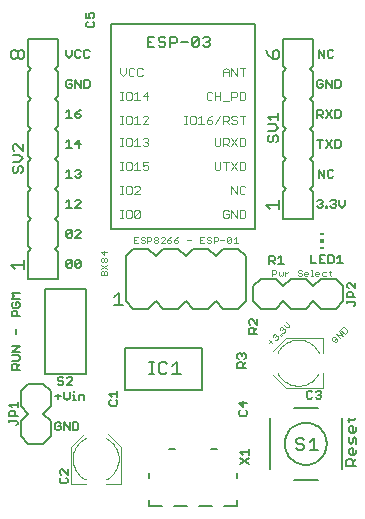
<source format=gto>
G75*
G70*
%OFA0B0*%
%FSLAX24Y24*%
%IPPOS*%
%LPD*%
%AMOC8*
5,1,8,0,0,1.08239X$1,22.5*
%
%ADD10C,0.0050*%
%ADD11C,0.0060*%
%ADD12C,0.0040*%
%ADD13C,0.0080*%
%ADD14C,0.0020*%
%ADD15R,0.0118X0.0059*%
%ADD16R,0.0118X0.0118*%
D10*
X001979Y001431D02*
X002024Y001386D01*
X002204Y001386D01*
X002249Y001431D01*
X002249Y001521D01*
X002204Y001566D01*
X002249Y001681D02*
X002069Y001861D01*
X002024Y001861D01*
X001979Y001816D01*
X001979Y001726D01*
X002024Y001681D01*
X002024Y001566D02*
X001979Y001521D01*
X001979Y001431D01*
X002249Y001681D02*
X002249Y001861D01*
X002310Y003153D02*
X002310Y003423D01*
X002424Y003423D02*
X002424Y003153D01*
X002559Y003153D01*
X002604Y003198D01*
X002604Y003378D01*
X002559Y003423D01*
X002424Y003423D01*
X002310Y003153D02*
X002130Y003423D01*
X002130Y003153D01*
X002015Y003198D02*
X002015Y003288D01*
X001925Y003288D01*
X001835Y003378D02*
X001880Y003423D01*
X001970Y003423D01*
X002015Y003378D01*
X002015Y003198D02*
X001970Y003153D01*
X001880Y003153D01*
X001835Y003198D01*
X001835Y003378D01*
X002220Y004153D02*
X002310Y004243D01*
X002310Y004423D01*
X002424Y004333D02*
X002469Y004333D01*
X002469Y004153D01*
X002424Y004153D02*
X002514Y004153D01*
X002621Y004153D02*
X002621Y004333D01*
X002756Y004333D01*
X002801Y004288D01*
X002801Y004153D01*
X002469Y004423D02*
X002469Y004468D01*
X002391Y004663D02*
X002210Y004663D01*
X002391Y004843D01*
X002391Y004888D01*
X002345Y004933D01*
X002255Y004933D01*
X002210Y004888D01*
X002096Y004888D02*
X002051Y004933D01*
X001961Y004933D01*
X001916Y004888D01*
X001916Y004843D01*
X001961Y004798D01*
X002051Y004798D01*
X002096Y004753D01*
X002096Y004708D01*
X002051Y004663D01*
X001961Y004663D01*
X001916Y004708D01*
X001925Y004378D02*
X001925Y004198D01*
X001835Y004288D02*
X002015Y004288D01*
X002130Y004243D02*
X002220Y004153D01*
X002130Y004243D02*
X002130Y004423D01*
X003635Y004367D02*
X003905Y004367D01*
X003905Y004277D02*
X003905Y004457D01*
X003725Y004277D02*
X003635Y004367D01*
X003680Y004163D02*
X003635Y004118D01*
X003635Y004028D01*
X003680Y003983D01*
X003860Y003983D01*
X003905Y004028D01*
X003905Y004118D01*
X003860Y004163D01*
X004954Y001739D02*
X004954Y001582D01*
X004954Y000834D02*
X004954Y000637D01*
X005397Y000637D01*
X005790Y000637D02*
X006233Y000637D01*
X006627Y000637D02*
X007070Y000637D01*
X007463Y000637D02*
X007906Y000637D01*
X007906Y000834D01*
X007906Y001582D02*
X007906Y001739D01*
X008005Y002043D02*
X008275Y002224D01*
X008275Y002338D02*
X008275Y002518D01*
X008275Y002428D02*
X008005Y002428D01*
X008095Y002338D01*
X008005Y002224D02*
X008275Y002043D01*
X007237Y002527D02*
X007021Y002527D01*
X008000Y003643D02*
X008180Y003643D01*
X008225Y003688D01*
X008225Y003778D01*
X008180Y003824D01*
X008090Y003938D02*
X008090Y004118D01*
X008225Y004073D02*
X007955Y004073D01*
X008090Y003938D01*
X008000Y003824D02*
X007955Y003778D01*
X007955Y003688D01*
X008000Y003643D01*
X008085Y005243D02*
X008085Y005378D01*
X008040Y005424D01*
X007950Y005424D01*
X007905Y005378D01*
X007905Y005243D01*
X008175Y005243D01*
X008085Y005333D02*
X008175Y005424D01*
X008130Y005538D02*
X008175Y005583D01*
X008175Y005673D01*
X008130Y005718D01*
X008085Y005718D01*
X008040Y005673D01*
X008040Y005628D01*
X008040Y005673D02*
X007995Y005718D01*
X007950Y005718D01*
X007905Y005673D01*
X007905Y005583D01*
X007950Y005538D01*
X008285Y006383D02*
X008285Y006518D01*
X008330Y006563D01*
X008420Y006563D01*
X008465Y006518D01*
X008465Y006383D01*
X008465Y006473D02*
X008555Y006563D01*
X008555Y006677D02*
X008375Y006857D01*
X008330Y006857D01*
X008285Y006812D01*
X008285Y006722D01*
X008330Y006677D01*
X008285Y006383D02*
X008555Y006383D01*
X008555Y006677D02*
X008555Y006857D01*
X008966Y008713D02*
X008966Y008983D01*
X009101Y008983D01*
X009146Y008938D01*
X009146Y008848D01*
X009101Y008803D01*
X008966Y008803D01*
X009056Y008803D02*
X009146Y008713D01*
X009260Y008713D02*
X009441Y008713D01*
X009350Y008713D02*
X009350Y008983D01*
X009260Y008893D01*
X008483Y009857D02*
X008483Y016708D01*
X003680Y016708D01*
X003680Y009857D01*
X008483Y009857D01*
X009005Y010533D02*
X008855Y010683D01*
X009305Y010683D01*
X009305Y010533D02*
X009305Y010833D01*
X010564Y010798D02*
X010609Y010843D01*
X010699Y010843D01*
X010744Y010798D01*
X010744Y010753D01*
X010699Y010708D01*
X010744Y010663D01*
X010744Y010618D01*
X010699Y010573D01*
X010609Y010573D01*
X010564Y010618D01*
X010654Y010708D02*
X010699Y010708D01*
X010858Y010618D02*
X010903Y010618D01*
X010903Y010573D01*
X010858Y010573D01*
X010858Y010618D01*
X011006Y010618D02*
X011051Y010573D01*
X011141Y010573D01*
X011186Y010618D01*
X011186Y010663D01*
X011141Y010708D01*
X011096Y010708D01*
X011141Y010708D02*
X011186Y010753D01*
X011186Y010798D01*
X011141Y010843D01*
X011051Y010843D01*
X011006Y010798D01*
X011300Y010843D02*
X011300Y010663D01*
X011390Y010573D01*
X011481Y010663D01*
X011481Y010843D01*
X011045Y011573D02*
X010955Y011573D01*
X010910Y011618D01*
X010910Y011798D01*
X010955Y011843D01*
X011045Y011843D01*
X011091Y011798D01*
X011091Y011618D02*
X011045Y011573D01*
X010796Y011573D02*
X010796Y011843D01*
X010616Y011843D02*
X010616Y011573D01*
X010796Y011573D02*
X010616Y011843D01*
X010661Y012573D02*
X010661Y012843D01*
X010571Y012843D02*
X010751Y012843D01*
X010866Y012843D02*
X011046Y012573D01*
X011160Y012573D02*
X011160Y012843D01*
X011295Y012843D01*
X011341Y012798D01*
X011341Y012618D01*
X011295Y012573D01*
X011160Y012573D01*
X011046Y012843D02*
X010866Y012573D01*
X010866Y013573D02*
X011046Y013843D01*
X011160Y013843D02*
X011295Y013843D01*
X011341Y013798D01*
X011341Y013618D01*
X011295Y013573D01*
X011160Y013573D01*
X011160Y013843D01*
X011046Y013573D02*
X010866Y013843D01*
X010751Y013798D02*
X010751Y013708D01*
X010706Y013663D01*
X010571Y013663D01*
X010661Y013663D02*
X010751Y013573D01*
X010571Y013573D02*
X010571Y013843D01*
X010706Y013843D01*
X010751Y013798D01*
X010706Y014573D02*
X010616Y014573D01*
X010571Y014618D01*
X010571Y014798D01*
X010616Y014843D01*
X010706Y014843D01*
X010751Y014798D01*
X010751Y014708D02*
X010661Y014708D01*
X010751Y014708D02*
X010751Y014618D01*
X010706Y014573D01*
X010866Y014573D02*
X010866Y014843D01*
X011046Y014573D01*
X011046Y014843D01*
X011160Y014843D02*
X011160Y014573D01*
X011295Y014573D01*
X011341Y014618D01*
X011341Y014798D01*
X011295Y014843D01*
X011160Y014843D01*
X011045Y015573D02*
X010955Y015573D01*
X010910Y015618D01*
X010910Y015798D01*
X010955Y015843D01*
X011045Y015843D01*
X011091Y015798D01*
X011091Y015618D02*
X011045Y015573D01*
X010796Y015573D02*
X010796Y015843D01*
X010616Y015843D02*
X010616Y015573D01*
X010796Y015573D02*
X010616Y015843D01*
X009305Y015758D02*
X009230Y015833D01*
X009155Y015833D01*
X009080Y015758D01*
X009080Y015533D01*
X009230Y015533D01*
X009305Y015608D01*
X009305Y015758D01*
X009080Y015533D02*
X008930Y015683D01*
X008855Y015833D01*
X010345Y008993D02*
X010345Y008723D01*
X010525Y008723D01*
X010640Y008723D02*
X010640Y008993D01*
X010820Y008993D01*
X010934Y008993D02*
X010934Y008723D01*
X011069Y008723D01*
X011114Y008768D01*
X011114Y008948D01*
X011069Y008993D01*
X010934Y008993D01*
X010820Y008723D02*
X010640Y008723D01*
X010640Y008858D02*
X010730Y008858D01*
X011229Y008903D02*
X011319Y008993D01*
X011319Y008723D01*
X011229Y008723D02*
X011409Y008723D01*
X011610Y008072D02*
X011565Y008027D01*
X011565Y007937D01*
X011610Y007892D01*
X011610Y007777D02*
X011700Y007777D01*
X011745Y007732D01*
X011745Y007597D01*
X011835Y007597D02*
X011565Y007597D01*
X011565Y007732D01*
X011610Y007777D01*
X011565Y007483D02*
X011565Y007393D01*
X011565Y007438D02*
X011790Y007438D01*
X011835Y007393D01*
X011835Y007348D01*
X011790Y007303D01*
X011835Y007892D02*
X011655Y008072D01*
X011610Y008072D01*
X011835Y008072D02*
X011835Y007892D01*
X010642Y004477D02*
X010552Y004477D01*
X010507Y004432D01*
X010392Y004432D02*
X010347Y004477D01*
X010257Y004477D01*
X010212Y004432D01*
X010212Y004252D01*
X010257Y004207D01*
X010347Y004207D01*
X010392Y004252D01*
X010507Y004252D02*
X010552Y004207D01*
X010642Y004207D01*
X010687Y004252D01*
X010687Y004297D01*
X010642Y004342D01*
X010597Y004342D01*
X010642Y004342D02*
X010687Y004387D01*
X010687Y004432D01*
X010642Y004477D01*
X005839Y002527D02*
X005623Y002527D01*
X002635Y008573D02*
X002545Y008573D01*
X002500Y008618D01*
X002680Y008798D01*
X002680Y008618D01*
X002635Y008573D01*
X002500Y008618D02*
X002500Y008798D01*
X002545Y008843D01*
X002635Y008843D01*
X002680Y008798D01*
X002385Y008798D02*
X002385Y008618D01*
X002340Y008573D01*
X002250Y008573D01*
X002205Y008618D01*
X002385Y008798D01*
X002340Y008843D01*
X002250Y008843D01*
X002205Y008798D01*
X002205Y008618D01*
X002250Y009573D02*
X002205Y009618D01*
X002385Y009798D01*
X002385Y009618D01*
X002340Y009573D01*
X002250Y009573D01*
X002205Y009618D02*
X002205Y009798D01*
X002250Y009843D01*
X002340Y009843D01*
X002385Y009798D01*
X002500Y009798D02*
X002545Y009843D01*
X002635Y009843D01*
X002680Y009798D01*
X002680Y009753D01*
X002500Y009573D01*
X002680Y009573D01*
X002680Y010573D02*
X002500Y010573D01*
X002680Y010753D01*
X002680Y010798D01*
X002635Y010843D01*
X002545Y010843D01*
X002500Y010798D01*
X002385Y010573D02*
X002205Y010573D01*
X002295Y010573D02*
X002295Y010843D01*
X002205Y010753D01*
X002205Y011573D02*
X002385Y011573D01*
X002295Y011573D02*
X002295Y011843D01*
X002205Y011753D01*
X002500Y011798D02*
X002545Y011843D01*
X002635Y011843D01*
X002680Y011798D01*
X002680Y011753D01*
X002635Y011708D01*
X002680Y011663D01*
X002680Y011618D01*
X002635Y011573D01*
X002545Y011573D01*
X002500Y011618D01*
X002590Y011708D02*
X002635Y011708D01*
X002635Y012573D02*
X002635Y012843D01*
X002500Y012708D01*
X002680Y012708D01*
X002385Y012573D02*
X002205Y012573D01*
X002295Y012573D02*
X002295Y012843D01*
X002205Y012753D01*
X002205Y013573D02*
X002385Y013573D01*
X002295Y013573D02*
X002295Y013843D01*
X002205Y013753D01*
X002500Y013708D02*
X002635Y013708D01*
X002680Y013663D01*
X002680Y013618D01*
X002635Y013573D01*
X002545Y013573D01*
X002500Y013618D01*
X002500Y013708D01*
X002590Y013798D01*
X002680Y013843D01*
X002680Y014573D02*
X002680Y014843D01*
X002794Y014843D02*
X002794Y014573D01*
X002929Y014573D01*
X002974Y014618D01*
X002974Y014798D01*
X002929Y014843D01*
X002794Y014843D01*
X002680Y014573D02*
X002500Y014843D01*
X002500Y014573D01*
X002385Y014618D02*
X002385Y014708D01*
X002295Y014708D01*
X002205Y014798D02*
X002250Y014843D01*
X002340Y014843D01*
X002385Y014798D01*
X002385Y014618D02*
X002340Y014573D01*
X002250Y014573D01*
X002205Y014618D01*
X002205Y014798D01*
X002295Y015573D02*
X002385Y015663D01*
X002385Y015843D01*
X002500Y015798D02*
X002500Y015618D01*
X002545Y015573D01*
X002635Y015573D01*
X002680Y015618D01*
X002794Y015618D02*
X002839Y015573D01*
X002929Y015573D01*
X002974Y015618D01*
X002974Y015798D02*
X002929Y015843D01*
X002839Y015843D01*
X002794Y015798D01*
X002794Y015618D01*
X002680Y015798D02*
X002635Y015843D01*
X002545Y015843D01*
X002500Y015798D01*
X002295Y015573D02*
X002205Y015663D01*
X002205Y015843D01*
X002910Y016593D02*
X003090Y016593D01*
X003135Y016638D01*
X003135Y016728D01*
X003090Y016773D01*
X003090Y016887D02*
X003135Y016932D01*
X003135Y017022D01*
X003090Y017067D01*
X003000Y017067D01*
X002955Y017022D01*
X002955Y016977D01*
X003000Y016887D01*
X002865Y016887D01*
X002865Y017067D01*
X002910Y016773D02*
X002865Y016728D01*
X002865Y016638D01*
X002910Y016593D01*
X000805Y015758D02*
X000805Y015608D01*
X000730Y015533D01*
X000655Y015533D01*
X000580Y015608D01*
X000580Y015758D01*
X000655Y015833D01*
X000730Y015833D01*
X000805Y015758D01*
X000580Y015758D02*
X000505Y015833D01*
X000430Y015833D01*
X000355Y015758D01*
X000355Y015608D01*
X000430Y015533D01*
X000505Y015533D01*
X000580Y015608D01*
X000805Y008833D02*
X000805Y008533D01*
X000805Y008683D02*
X000355Y008683D01*
X000505Y008533D01*
X000375Y007720D02*
X000645Y007720D01*
X000645Y007540D02*
X000375Y007540D01*
X000465Y007630D01*
X000375Y007720D01*
X000420Y007425D02*
X000375Y007380D01*
X000375Y007290D01*
X000420Y007245D01*
X000600Y007245D01*
X000645Y007290D01*
X000645Y007380D01*
X000600Y007425D01*
X000510Y007425D01*
X000510Y007335D01*
X000510Y007131D02*
X000420Y007131D01*
X000375Y007086D01*
X000375Y006951D01*
X000645Y006951D01*
X000555Y006951D02*
X000555Y007086D01*
X000510Y007131D01*
X000510Y006541D02*
X000510Y006361D01*
X000645Y005952D02*
X000375Y005952D01*
X000375Y005772D02*
X000645Y005952D01*
X000645Y005772D02*
X000375Y005772D01*
X000375Y005657D02*
X000600Y005657D01*
X000645Y005612D01*
X000645Y005522D01*
X000600Y005477D01*
X000375Y005477D01*
X000420Y005363D02*
X000510Y005363D01*
X000555Y005318D01*
X000555Y005183D01*
X000555Y005273D02*
X000645Y005363D01*
X000645Y005183D02*
X000375Y005183D01*
X000375Y005318D01*
X000420Y005363D01*
X000575Y004102D02*
X000575Y003922D01*
X000575Y004012D02*
X000305Y004012D01*
X000395Y003922D01*
X000350Y003807D02*
X000440Y003807D01*
X000485Y003762D01*
X000485Y003627D01*
X000575Y003627D02*
X000305Y003627D01*
X000305Y003762D01*
X000350Y003807D01*
X000305Y003513D02*
X000305Y003423D01*
X000305Y003468D02*
X000530Y003468D01*
X000575Y003423D01*
X000575Y003378D01*
X000530Y003333D01*
D11*
X000930Y008208D02*
X000930Y009108D01*
X001030Y009208D01*
X000930Y009308D01*
X000930Y010108D01*
X001030Y010208D01*
X000930Y010308D01*
X000930Y011108D01*
X001030Y011208D01*
X000930Y011308D01*
X000930Y012108D01*
X001030Y012208D01*
X000930Y012308D01*
X000930Y013108D01*
X001030Y013208D01*
X000930Y013308D01*
X000930Y014108D01*
X001030Y014208D01*
X000930Y014308D01*
X000930Y015108D01*
X001030Y015208D01*
X000930Y015308D01*
X000930Y016208D01*
X001930Y016208D01*
X001930Y015308D01*
X001830Y015208D01*
X001930Y015108D01*
X001930Y014308D01*
X001830Y014208D01*
X001930Y014108D01*
X001930Y013308D01*
X001830Y013208D01*
X001930Y013108D01*
X001930Y012308D01*
X001830Y012208D01*
X001930Y012108D01*
X001930Y011308D01*
X001830Y011208D01*
X001930Y011108D01*
X001930Y010308D01*
X001830Y010208D01*
X001930Y010108D01*
X001930Y009308D01*
X001830Y009208D01*
X001930Y009108D01*
X001930Y008208D01*
X000930Y008208D01*
X000693Y011738D02*
X000750Y011794D01*
X000750Y011908D01*
X000693Y011965D01*
X000637Y011965D01*
X000580Y011908D01*
X000580Y011794D01*
X000523Y011738D01*
X000466Y011738D01*
X000410Y011794D01*
X000410Y011908D01*
X000466Y011965D01*
X000410Y012106D02*
X000637Y012106D01*
X000750Y012219D01*
X000637Y012333D01*
X000410Y012333D01*
X000466Y012474D02*
X000410Y012531D01*
X000410Y012644D01*
X000466Y012701D01*
X000523Y012701D01*
X000750Y012474D01*
X000750Y012701D01*
X004430Y009208D02*
X004180Y008958D01*
X004180Y007458D01*
X004430Y007208D01*
X004930Y007208D01*
X005180Y007458D01*
X005430Y007208D01*
X005930Y007208D01*
X006180Y007458D01*
X006430Y007208D01*
X006930Y007208D01*
X007180Y007458D01*
X007430Y007208D01*
X007930Y007208D01*
X008180Y007458D01*
X008180Y008958D01*
X007930Y009208D01*
X007430Y009208D01*
X007180Y008958D01*
X006930Y009208D01*
X006430Y009208D01*
X006180Y008958D01*
X005930Y009208D01*
X005430Y009208D01*
X005180Y008958D01*
X004930Y009208D01*
X004430Y009208D01*
X008920Y012814D02*
X008976Y012758D01*
X009033Y012758D01*
X009090Y012814D01*
X009090Y012928D01*
X009147Y012985D01*
X009203Y012985D01*
X009260Y012928D01*
X009260Y012814D01*
X009203Y012758D01*
X008920Y012814D02*
X008920Y012928D01*
X008976Y012985D01*
X008920Y013126D02*
X009147Y013126D01*
X009260Y013239D01*
X009147Y013353D01*
X008920Y013353D01*
X009033Y013494D02*
X008920Y013608D01*
X009260Y013608D01*
X009260Y013721D02*
X009260Y013494D01*
X009430Y013308D02*
X009530Y013208D01*
X009430Y013108D01*
X009430Y012308D01*
X009530Y012208D01*
X009430Y012108D01*
X009430Y011308D01*
X009530Y011208D01*
X009430Y011108D01*
X009430Y010208D01*
X010430Y010208D01*
X010430Y011108D01*
X010330Y011208D01*
X010430Y011308D01*
X010430Y012108D01*
X010330Y012208D01*
X010430Y012308D01*
X010430Y013108D01*
X010330Y013208D01*
X010430Y013308D01*
X010430Y014108D01*
X010330Y014208D01*
X010430Y014308D01*
X010430Y015108D01*
X010330Y015208D01*
X010430Y015308D01*
X010430Y016208D01*
X009430Y016208D01*
X009430Y015308D01*
X009530Y015208D01*
X009430Y015108D01*
X009430Y014308D01*
X009530Y014208D01*
X009430Y014108D01*
X009430Y013308D01*
X006922Y015938D02*
X006808Y015938D01*
X006752Y015994D01*
X006610Y015994D02*
X006553Y015938D01*
X006440Y015938D01*
X006383Y015994D01*
X006610Y016221D01*
X006610Y015994D01*
X006610Y016221D02*
X006553Y016278D01*
X006440Y016278D01*
X006383Y016221D01*
X006383Y015994D01*
X006242Y016108D02*
X006015Y016108D01*
X005873Y016108D02*
X005873Y016221D01*
X005817Y016278D01*
X005647Y016278D01*
X005647Y015938D01*
X005647Y016051D02*
X005817Y016051D01*
X005873Y016108D01*
X005505Y016051D02*
X005505Y015994D01*
X005448Y015938D01*
X005335Y015938D01*
X005278Y015994D01*
X005335Y016108D02*
X005278Y016165D01*
X005278Y016221D01*
X005335Y016278D01*
X005448Y016278D01*
X005505Y016221D01*
X005448Y016108D02*
X005335Y016108D01*
X005448Y016108D02*
X005505Y016051D01*
X005137Y015938D02*
X004910Y015938D01*
X004910Y016278D01*
X005137Y016278D01*
X005023Y016108D02*
X004910Y016108D01*
X006752Y016221D02*
X006808Y016278D01*
X006922Y016278D01*
X006978Y016221D01*
X006978Y016165D01*
X006922Y016108D01*
X006978Y016051D01*
X006978Y015994D01*
X006922Y015938D01*
X006922Y016108D02*
X006865Y016108D01*
X011630Y003563D02*
X011630Y003449D01*
X011573Y003506D02*
X011800Y003506D01*
X011857Y003563D01*
X011743Y003308D02*
X011686Y003308D01*
X011630Y003251D01*
X011630Y003138D01*
X011686Y003081D01*
X011800Y003081D01*
X011857Y003138D01*
X011857Y003251D01*
X011743Y003308D02*
X011743Y003081D01*
X011800Y002939D02*
X011743Y002883D01*
X011743Y002769D01*
X011686Y002713D01*
X011630Y002769D01*
X011630Y002939D01*
X011800Y002939D02*
X011857Y002883D01*
X011857Y002713D01*
X011743Y002571D02*
X011743Y002344D01*
X011800Y002344D02*
X011686Y002344D01*
X011630Y002401D01*
X011630Y002514D01*
X011686Y002571D01*
X011743Y002571D01*
X011857Y002514D02*
X011857Y002401D01*
X011800Y002344D01*
X011857Y002203D02*
X011743Y002089D01*
X011743Y002146D02*
X011743Y001976D01*
X011857Y001976D02*
X011516Y001976D01*
X011516Y002146D01*
X011573Y002203D01*
X011686Y002203D01*
X011743Y002146D01*
D12*
X010757Y004581D02*
X009536Y004581D01*
X009103Y005014D01*
X009103Y005801D02*
X009536Y006234D01*
X010757Y006234D01*
X010757Y005742D01*
X011142Y006085D02*
X011048Y006180D01*
X011048Y006227D01*
X011095Y006274D01*
X011142Y006274D01*
X011189Y006227D02*
X011142Y006180D01*
X011189Y006227D02*
X011236Y006180D01*
X011236Y006132D01*
X011189Y006085D01*
X011142Y006085D01*
X011322Y006218D02*
X011180Y006359D01*
X011416Y006312D01*
X011275Y006454D01*
X011337Y006516D02*
X011407Y006586D01*
X011455Y006586D01*
X011549Y006492D01*
X011549Y006445D01*
X011478Y006374D01*
X011337Y006516D01*
X010757Y005073D02*
X010757Y004581D01*
X010619Y005743D02*
X010593Y005791D01*
X010564Y005838D01*
X010531Y005883D01*
X010495Y005925D01*
X010456Y005964D01*
X010415Y006001D01*
X010371Y006034D01*
X010325Y006065D01*
X010276Y006091D01*
X010226Y006114D01*
X010174Y006134D01*
X010121Y006150D01*
X010067Y006162D01*
X010013Y006170D01*
X009958Y006174D01*
X009902Y006174D01*
X009847Y006170D01*
X009793Y006162D01*
X009739Y006150D01*
X009686Y006134D01*
X009634Y006114D01*
X009584Y006091D01*
X009535Y006065D01*
X009489Y006034D01*
X009445Y006001D01*
X009404Y005964D01*
X009365Y005925D01*
X009329Y005883D01*
X009296Y005838D01*
X009267Y005791D01*
X009241Y005743D01*
X009062Y006065D02*
X008968Y006160D01*
X009062Y006160D02*
X008968Y006065D01*
X009077Y006269D02*
X009077Y006316D01*
X009124Y006363D01*
X009171Y006363D01*
X009195Y006339D01*
X009195Y006292D01*
X009242Y006292D01*
X009265Y006269D01*
X009265Y006221D01*
X009218Y006174D01*
X009171Y006174D01*
X009171Y006269D02*
X009195Y006292D01*
X009327Y006330D02*
X009351Y006354D01*
X009375Y006330D01*
X009351Y006307D01*
X009327Y006330D01*
X009405Y006409D02*
X009453Y006409D01*
X009500Y006456D01*
X009500Y006503D01*
X009476Y006527D01*
X009429Y006527D01*
X009405Y006503D01*
X009429Y006527D02*
X009429Y006574D01*
X009405Y006597D01*
X009358Y006597D01*
X009311Y006550D01*
X009311Y006503D01*
X009444Y006683D02*
X009538Y006588D01*
X009633Y006588D01*
X009633Y006683D01*
X009538Y006777D01*
X009241Y005073D02*
X009267Y005025D01*
X009296Y004978D01*
X009329Y004933D01*
X009365Y004891D01*
X009404Y004852D01*
X009445Y004815D01*
X009489Y004782D01*
X009535Y004751D01*
X009584Y004725D01*
X009634Y004702D01*
X009686Y004682D01*
X009739Y004666D01*
X009793Y004654D01*
X009847Y004646D01*
X009902Y004642D01*
X009958Y004642D01*
X010013Y004646D01*
X010067Y004654D01*
X010121Y004666D01*
X010174Y004682D01*
X010226Y004702D01*
X010276Y004725D01*
X010325Y004751D01*
X010371Y004782D01*
X010415Y004815D01*
X010456Y004852D01*
X010495Y004891D01*
X010531Y004933D01*
X010564Y004978D01*
X010593Y005025D01*
X010619Y005073D01*
X010601Y008298D02*
X010534Y008298D01*
X010501Y008331D01*
X010501Y008398D01*
X010534Y008431D01*
X010601Y008431D01*
X010634Y008398D01*
X010634Y008364D01*
X010501Y008364D01*
X010420Y008298D02*
X010353Y008298D01*
X010387Y008298D02*
X010387Y008498D01*
X010353Y008498D01*
X010266Y008398D02*
X010266Y008364D01*
X010132Y008364D01*
X010132Y008331D02*
X010132Y008398D01*
X010166Y008431D01*
X010232Y008431D01*
X010266Y008398D01*
X010232Y008298D02*
X010166Y008298D01*
X010132Y008331D01*
X010045Y008331D02*
X010011Y008298D01*
X009945Y008298D01*
X009911Y008331D01*
X009945Y008398D02*
X010011Y008398D01*
X010045Y008364D01*
X010045Y008331D01*
X009945Y008398D02*
X009911Y008431D01*
X009911Y008464D01*
X009945Y008498D01*
X010011Y008498D01*
X010045Y008464D01*
X009606Y008431D02*
X009573Y008431D01*
X009506Y008364D01*
X009506Y008298D02*
X009506Y008431D01*
X009419Y008431D02*
X009419Y008331D01*
X009385Y008298D01*
X009352Y008331D01*
X009319Y008298D01*
X009285Y008331D01*
X009285Y008431D01*
X009198Y008398D02*
X009164Y008364D01*
X009064Y008364D01*
X009064Y008298D02*
X009064Y008498D01*
X009164Y008498D01*
X009198Y008464D01*
X009198Y008398D01*
X007910Y009410D02*
X007776Y009410D01*
X007843Y009410D02*
X007843Y009610D01*
X007776Y009544D01*
X007689Y009577D02*
X007555Y009443D01*
X007589Y009410D01*
X007655Y009410D01*
X007689Y009443D01*
X007689Y009577D01*
X007655Y009610D01*
X007589Y009610D01*
X007555Y009577D01*
X007555Y009443D01*
X007468Y009510D02*
X007334Y009510D01*
X007247Y009510D02*
X007213Y009477D01*
X007113Y009477D01*
X007113Y009410D02*
X007113Y009610D01*
X007213Y009610D01*
X007247Y009577D01*
X007247Y009510D01*
X007026Y009477D02*
X007026Y009443D01*
X006992Y009410D01*
X006926Y009410D01*
X006892Y009443D01*
X006926Y009510D02*
X006892Y009544D01*
X006892Y009577D01*
X006926Y009610D01*
X006992Y009610D01*
X007026Y009577D01*
X006992Y009510D02*
X007026Y009477D01*
X006992Y009510D02*
X006926Y009510D01*
X006805Y009410D02*
X006671Y009410D01*
X006671Y009610D01*
X006805Y009610D01*
X006738Y009510D02*
X006671Y009510D01*
X006363Y009510D02*
X006229Y009510D01*
X005921Y009477D02*
X005887Y009510D01*
X005787Y009510D01*
X005787Y009443D01*
X005821Y009410D01*
X005887Y009410D01*
X005921Y009443D01*
X005921Y009477D01*
X005854Y009577D02*
X005787Y009510D01*
X005700Y009477D02*
X005666Y009510D01*
X005566Y009510D01*
X005566Y009443D01*
X005600Y009410D01*
X005666Y009410D01*
X005700Y009443D01*
X005700Y009477D01*
X005633Y009577D02*
X005700Y009610D01*
X005633Y009577D02*
X005566Y009510D01*
X005479Y009544D02*
X005479Y009577D01*
X005445Y009610D01*
X005379Y009610D01*
X005345Y009577D01*
X005258Y009577D02*
X005258Y009544D01*
X005224Y009510D01*
X005158Y009510D01*
X005124Y009544D01*
X005124Y009577D01*
X005158Y009610D01*
X005224Y009610D01*
X005258Y009577D01*
X005224Y009510D02*
X005258Y009477D01*
X005258Y009443D01*
X005224Y009410D01*
X005158Y009410D01*
X005124Y009443D01*
X005124Y009477D01*
X005158Y009510D01*
X005037Y009510D02*
X005003Y009477D01*
X004903Y009477D01*
X004903Y009410D02*
X004903Y009610D01*
X005003Y009610D01*
X005037Y009577D01*
X005037Y009510D01*
X004816Y009477D02*
X004816Y009443D01*
X004782Y009410D01*
X004716Y009410D01*
X004682Y009443D01*
X004716Y009510D02*
X004682Y009544D01*
X004682Y009577D01*
X004716Y009610D01*
X004782Y009610D01*
X004816Y009577D01*
X004782Y009510D02*
X004816Y009477D01*
X004782Y009510D02*
X004716Y009510D01*
X004595Y009410D02*
X004461Y009410D01*
X004461Y009610D01*
X004595Y009610D01*
X004528Y009510D02*
X004461Y009510D01*
X005345Y009410D02*
X005479Y009544D01*
X005479Y009410D02*
X005345Y009410D01*
X005854Y009577D02*
X005921Y009610D01*
X003540Y009091D02*
X003340Y009091D01*
X003440Y008991D01*
X003440Y009124D01*
X003473Y008903D02*
X003507Y008903D01*
X003540Y008870D01*
X003540Y008803D01*
X003507Y008770D01*
X003473Y008770D01*
X003440Y008803D01*
X003440Y008870D01*
X003473Y008903D01*
X003440Y008870D02*
X003407Y008903D01*
X003373Y008903D01*
X003340Y008870D01*
X003340Y008803D01*
X003373Y008770D01*
X003407Y008770D01*
X003440Y008803D01*
X003540Y008682D02*
X003340Y008549D01*
X003373Y008461D02*
X003407Y008461D01*
X003440Y008428D01*
X003440Y008328D01*
X003440Y008428D02*
X003473Y008461D01*
X003507Y008461D01*
X003540Y008428D01*
X003540Y008328D01*
X003340Y008328D01*
X003340Y008428D01*
X003373Y008461D01*
X003540Y008549D02*
X003340Y008682D01*
X003574Y003034D02*
X004007Y002601D01*
X004007Y001381D01*
X003515Y001381D01*
X002845Y001381D02*
X002353Y001381D01*
X002353Y002601D01*
X002786Y003034D01*
X003515Y002897D02*
X003563Y002871D01*
X003610Y002842D01*
X003655Y002809D01*
X003697Y002773D01*
X003736Y002734D01*
X003773Y002693D01*
X003806Y002649D01*
X003837Y002603D01*
X003863Y002554D01*
X003886Y002504D01*
X003906Y002452D01*
X003922Y002399D01*
X003934Y002345D01*
X003942Y002291D01*
X003946Y002236D01*
X003946Y002180D01*
X003942Y002125D01*
X003934Y002071D01*
X003922Y002017D01*
X003906Y001964D01*
X003886Y001912D01*
X003863Y001862D01*
X003837Y001813D01*
X003806Y001767D01*
X003773Y001723D01*
X003736Y001682D01*
X003697Y001643D01*
X003655Y001607D01*
X003610Y001574D01*
X003563Y001545D01*
X003515Y001519D01*
X002845Y001519D02*
X002797Y001545D01*
X002750Y001574D01*
X002705Y001607D01*
X002663Y001643D01*
X002624Y001682D01*
X002587Y001723D01*
X002554Y001767D01*
X002523Y001813D01*
X002497Y001862D01*
X002474Y001912D01*
X002454Y001964D01*
X002438Y002017D01*
X002426Y002071D01*
X002418Y002125D01*
X002414Y002180D01*
X002414Y002236D01*
X002418Y002291D01*
X002426Y002345D01*
X002438Y002399D01*
X002454Y002452D01*
X002474Y002504D01*
X002497Y002554D01*
X002523Y002603D01*
X002554Y002649D01*
X002587Y002693D01*
X002624Y002734D01*
X002663Y002773D01*
X002705Y002809D01*
X002750Y002842D01*
X002797Y002871D01*
X002845Y002897D01*
X010722Y008331D02*
X010755Y008298D01*
X010855Y008298D01*
X010976Y008331D02*
X010976Y008464D01*
X010943Y008431D02*
X011009Y008431D01*
X010976Y008331D02*
X011009Y008298D01*
X010855Y008431D02*
X010755Y008431D01*
X010722Y008398D01*
X010722Y008331D01*
D13*
X000930Y002708D02*
X000680Y002958D01*
X000680Y003458D01*
X000930Y003708D01*
X000680Y003958D01*
X000680Y004458D01*
X000930Y004708D01*
X001430Y004708D01*
X001680Y004458D01*
X001680Y003958D01*
X001430Y003708D01*
X001680Y003458D01*
X001680Y002958D01*
X001430Y002708D01*
X000930Y002708D01*
X001491Y005040D02*
X001491Y007875D01*
X002869Y007875D01*
X002869Y005040D01*
X001491Y005040D01*
X003801Y007325D02*
X004081Y007325D01*
X003941Y007325D02*
X003941Y007745D01*
X003801Y007605D01*
X004140Y005908D02*
X006720Y005908D01*
X006720Y004508D01*
X004140Y004508D01*
X004140Y005908D01*
X004970Y005438D02*
X005110Y005438D01*
X005040Y005438D02*
X005040Y005018D01*
X004970Y005018D02*
X005110Y005018D01*
X005277Y005088D02*
X005347Y005018D01*
X005487Y005018D01*
X005557Y005088D01*
X005557Y005368D02*
X005487Y005438D01*
X005347Y005438D01*
X005277Y005368D01*
X005277Y005088D01*
X005737Y005018D02*
X006018Y005018D01*
X005877Y005018D02*
X005877Y005438D01*
X005737Y005298D01*
X008430Y007458D02*
X008680Y007208D01*
X009180Y007208D01*
X009430Y007458D01*
X009680Y007208D01*
X010180Y007208D01*
X010430Y007458D01*
X010680Y007208D01*
X011180Y007208D01*
X011430Y007458D01*
X011430Y007958D01*
X011180Y008208D01*
X010680Y008208D01*
X010430Y007958D01*
X010180Y008208D01*
X009680Y008208D01*
X009430Y007958D01*
X009180Y008208D01*
X008680Y008208D01*
X008430Y007958D01*
X008430Y007458D01*
X009780Y003908D02*
X010585Y003908D01*
X010450Y002908D02*
X010450Y002488D01*
X010310Y002488D02*
X010590Y002488D01*
X010310Y002768D02*
X010450Y002908D01*
X009480Y002708D02*
X009482Y002760D01*
X009488Y002812D01*
X009498Y002864D01*
X009511Y002914D01*
X009528Y002964D01*
X009549Y003012D01*
X009574Y003058D01*
X009602Y003102D01*
X009633Y003144D01*
X009667Y003184D01*
X009704Y003221D01*
X009744Y003255D01*
X009786Y003286D01*
X009830Y003314D01*
X009876Y003339D01*
X009924Y003360D01*
X009974Y003377D01*
X010024Y003390D01*
X010076Y003400D01*
X010128Y003406D01*
X010180Y003408D01*
X010232Y003406D01*
X010284Y003400D01*
X010336Y003390D01*
X010386Y003377D01*
X010436Y003360D01*
X010484Y003339D01*
X010530Y003314D01*
X010574Y003286D01*
X010616Y003255D01*
X010656Y003221D01*
X010693Y003184D01*
X010727Y003144D01*
X010758Y003102D01*
X010786Y003058D01*
X010811Y003012D01*
X010832Y002964D01*
X010849Y002914D01*
X010862Y002864D01*
X010872Y002812D01*
X010878Y002760D01*
X010880Y002708D01*
X010878Y002656D01*
X010872Y002604D01*
X010862Y002552D01*
X010849Y002502D01*
X010832Y002452D01*
X010811Y002404D01*
X010786Y002358D01*
X010758Y002314D01*
X010727Y002272D01*
X010693Y002232D01*
X010656Y002195D01*
X010616Y002161D01*
X010574Y002130D01*
X010530Y002102D01*
X010484Y002077D01*
X010436Y002056D01*
X010386Y002039D01*
X010336Y002026D01*
X010284Y002016D01*
X010232Y002010D01*
X010180Y002008D01*
X010128Y002010D01*
X010076Y002016D01*
X010024Y002026D01*
X009974Y002039D01*
X009924Y002056D01*
X009876Y002077D01*
X009830Y002102D01*
X009786Y002130D01*
X009744Y002161D01*
X009704Y002195D01*
X009667Y002232D01*
X009633Y002272D01*
X009602Y002314D01*
X009574Y002358D01*
X009549Y002404D01*
X009528Y002452D01*
X009511Y002502D01*
X009498Y002552D01*
X009488Y002604D01*
X009482Y002656D01*
X009480Y002708D01*
X009849Y002768D02*
X009919Y002698D01*
X010059Y002698D01*
X010129Y002628D01*
X010129Y002558D01*
X010059Y002488D01*
X009919Y002488D01*
X009849Y002558D01*
X009849Y002768D02*
X009849Y002838D01*
X009919Y002908D01*
X010059Y002908D01*
X010129Y002838D01*
X009780Y001508D02*
X010573Y001508D01*
X011380Y001858D02*
X011380Y003558D01*
X008980Y003558D02*
X008980Y001858D01*
D14*
X008121Y010218D02*
X007981Y010218D01*
X007981Y010498D01*
X008121Y010498D01*
X008168Y010451D01*
X008168Y010264D01*
X008121Y010218D01*
X007891Y010218D02*
X007891Y010498D01*
X007704Y010498D02*
X007704Y010218D01*
X007615Y010264D02*
X007615Y010358D01*
X007522Y010358D01*
X007615Y010451D02*
X007568Y010498D01*
X007475Y010498D01*
X007428Y010451D01*
X007428Y010264D01*
X007475Y010218D01*
X007568Y010218D01*
X007615Y010264D01*
X007704Y010498D02*
X007891Y010218D01*
X007891Y011018D02*
X007891Y011298D01*
X007981Y011251D02*
X007981Y011064D01*
X008027Y011018D01*
X008121Y011018D01*
X008168Y011064D01*
X008168Y011251D02*
X008121Y011298D01*
X008027Y011298D01*
X007981Y011251D01*
X007891Y011018D02*
X007704Y011298D01*
X007704Y011018D01*
X007704Y011818D02*
X007891Y012098D01*
X007981Y012098D02*
X007981Y011818D01*
X008121Y011818D01*
X008168Y011864D01*
X008168Y012051D01*
X008121Y012098D01*
X007981Y012098D01*
X007704Y012098D02*
X007891Y011818D01*
X007615Y012098D02*
X007428Y012098D01*
X007339Y012098D02*
X007339Y011864D01*
X007292Y011818D01*
X007199Y011818D01*
X007152Y011864D01*
X007152Y012098D01*
X007522Y012098D02*
X007522Y011818D01*
X007615Y012618D02*
X007522Y012711D01*
X007568Y012711D02*
X007428Y012711D01*
X007428Y012618D02*
X007428Y012898D01*
X007568Y012898D01*
X007615Y012851D01*
X007615Y012758D01*
X007568Y012711D01*
X007704Y012618D02*
X007891Y012898D01*
X007981Y012898D02*
X008121Y012898D01*
X008168Y012851D01*
X008168Y012664D01*
X008121Y012618D01*
X007981Y012618D01*
X007981Y012898D01*
X007704Y012898D02*
X007891Y012618D01*
X007339Y012664D02*
X007339Y012898D01*
X007152Y012898D02*
X007152Y012664D01*
X007199Y012618D01*
X007292Y012618D01*
X007339Y012664D01*
X007428Y013368D02*
X007428Y013648D01*
X007568Y013648D01*
X007615Y013601D01*
X007615Y013508D01*
X007568Y013461D01*
X007428Y013461D01*
X007522Y013461D02*
X007615Y013368D01*
X007704Y013414D02*
X007751Y013368D01*
X007845Y013368D01*
X007891Y013414D01*
X007891Y013461D01*
X007845Y013508D01*
X007751Y013508D01*
X007704Y013555D01*
X007704Y013601D01*
X007751Y013648D01*
X007845Y013648D01*
X007891Y013601D01*
X007981Y013648D02*
X008168Y013648D01*
X008074Y013648D02*
X008074Y013368D01*
X007615Y014121D02*
X007428Y014121D01*
X007339Y014168D02*
X007339Y014448D01*
X007339Y014308D02*
X007152Y014308D01*
X007063Y014401D02*
X007016Y014448D01*
X006922Y014448D01*
X006876Y014401D01*
X006876Y014214D01*
X006922Y014168D01*
X007016Y014168D01*
X007063Y014214D01*
X007152Y014168D02*
X007152Y014448D01*
X007428Y014968D02*
X007428Y015155D01*
X007522Y015248D01*
X007615Y015155D01*
X007615Y014968D01*
X007704Y014968D02*
X007704Y015248D01*
X007891Y014968D01*
X007891Y015248D01*
X007981Y015248D02*
X008168Y015248D01*
X008074Y015248D02*
X008074Y014968D01*
X008121Y014448D02*
X007981Y014448D01*
X007981Y014168D01*
X008121Y014168D01*
X008168Y014214D01*
X008168Y014401D01*
X008121Y014448D01*
X007891Y014401D02*
X007891Y014308D01*
X007845Y014261D01*
X007704Y014261D01*
X007704Y014168D02*
X007704Y014448D01*
X007845Y014448D01*
X007891Y014401D01*
X007615Y015108D02*
X007428Y015108D01*
X007339Y013648D02*
X007152Y013368D01*
X007063Y013414D02*
X007063Y013461D01*
X007016Y013508D01*
X006876Y013508D01*
X006876Y013414D01*
X006922Y013368D01*
X007016Y013368D01*
X007063Y013414D01*
X006969Y013601D02*
X006876Y013508D01*
X006969Y013601D02*
X007063Y013648D01*
X006693Y013648D02*
X006693Y013368D01*
X006600Y013368D02*
X006786Y013368D01*
X006600Y013555D02*
X006693Y013648D01*
X006510Y013601D02*
X006510Y013414D01*
X006463Y013368D01*
X006370Y013368D01*
X006323Y013414D01*
X006323Y013601D01*
X006370Y013648D01*
X006463Y013648D01*
X006510Y013601D01*
X006233Y013648D02*
X006139Y013648D01*
X006186Y013648D02*
X006186Y013368D01*
X006139Y013368D02*
X006233Y013368D01*
X004928Y013368D02*
X004742Y013368D01*
X004928Y013555D01*
X004928Y013601D01*
X004882Y013648D01*
X004788Y013648D01*
X004742Y013601D01*
X004652Y013368D02*
X004465Y013368D01*
X004559Y013368D02*
X004559Y013648D01*
X004465Y013555D01*
X004376Y013601D02*
X004376Y013414D01*
X004329Y013368D01*
X004236Y013368D01*
X004189Y013414D01*
X004189Y013601D01*
X004236Y013648D01*
X004329Y013648D01*
X004376Y013601D01*
X004098Y013648D02*
X004005Y013648D01*
X004052Y013648D02*
X004052Y013368D01*
X004098Y013368D02*
X004005Y013368D01*
X004005Y012898D02*
X004098Y012898D01*
X004052Y012898D02*
X004052Y012618D01*
X004098Y012618D02*
X004005Y012618D01*
X004189Y012664D02*
X004189Y012851D01*
X004236Y012898D01*
X004329Y012898D01*
X004376Y012851D01*
X004376Y012664D01*
X004329Y012618D01*
X004236Y012618D01*
X004189Y012664D01*
X004465Y012618D02*
X004652Y012618D01*
X004559Y012618D02*
X004559Y012898D01*
X004465Y012805D01*
X004742Y012851D02*
X004788Y012898D01*
X004882Y012898D01*
X004928Y012851D01*
X004928Y012805D01*
X004882Y012758D01*
X004928Y012711D01*
X004928Y012664D01*
X004882Y012618D01*
X004788Y012618D01*
X004742Y012664D01*
X004835Y012758D02*
X004882Y012758D01*
X004928Y012098D02*
X004742Y012098D01*
X004742Y011958D01*
X004835Y012005D01*
X004882Y012005D01*
X004928Y011958D01*
X004928Y011864D01*
X004882Y011818D01*
X004788Y011818D01*
X004742Y011864D01*
X004652Y011818D02*
X004465Y011818D01*
X004559Y011818D02*
X004559Y012098D01*
X004465Y012005D01*
X004376Y012051D02*
X004376Y011864D01*
X004329Y011818D01*
X004236Y011818D01*
X004189Y011864D01*
X004189Y012051D01*
X004236Y012098D01*
X004329Y012098D01*
X004376Y012051D01*
X004098Y012098D02*
X004005Y012098D01*
X004052Y012098D02*
X004052Y011818D01*
X004098Y011818D02*
X004005Y011818D01*
X004005Y011298D02*
X004098Y011298D01*
X004052Y011298D02*
X004052Y011018D01*
X004098Y011018D02*
X004005Y011018D01*
X004189Y011064D02*
X004236Y011018D01*
X004329Y011018D01*
X004376Y011064D01*
X004376Y011251D01*
X004329Y011298D01*
X004236Y011298D01*
X004189Y011251D01*
X004189Y011064D01*
X004465Y011018D02*
X004652Y011205D01*
X004652Y011251D01*
X004605Y011298D01*
X004512Y011298D01*
X004465Y011251D01*
X004465Y011018D02*
X004652Y011018D01*
X004605Y010498D02*
X004512Y010498D01*
X004465Y010451D01*
X004465Y010264D01*
X004652Y010451D01*
X004652Y010264D01*
X004605Y010218D01*
X004512Y010218D01*
X004465Y010264D01*
X004376Y010264D02*
X004376Y010451D01*
X004329Y010498D01*
X004236Y010498D01*
X004189Y010451D01*
X004189Y010264D01*
X004236Y010218D01*
X004329Y010218D01*
X004376Y010264D01*
X004098Y010218D02*
X004005Y010218D01*
X004052Y010218D02*
X004052Y010498D01*
X004098Y010498D02*
X004005Y010498D01*
X004605Y010498D02*
X004652Y010451D01*
X004652Y014168D02*
X004465Y014168D01*
X004559Y014168D02*
X004559Y014448D01*
X004465Y014355D01*
X004376Y014401D02*
X004376Y014214D01*
X004329Y014168D01*
X004236Y014168D01*
X004189Y014214D01*
X004189Y014401D01*
X004236Y014448D01*
X004329Y014448D01*
X004376Y014401D01*
X004098Y014448D02*
X004005Y014448D01*
X004052Y014448D02*
X004052Y014168D01*
X004098Y014168D02*
X004005Y014168D01*
X004098Y014968D02*
X004192Y015061D01*
X004192Y015248D01*
X004281Y015201D02*
X004281Y015014D01*
X004328Y014968D01*
X004421Y014968D01*
X004468Y015014D01*
X004557Y015014D02*
X004604Y014968D01*
X004698Y014968D01*
X004744Y015014D01*
X004744Y015201D02*
X004698Y015248D01*
X004604Y015248D01*
X004557Y015201D01*
X004557Y015014D01*
X004468Y015201D02*
X004421Y015248D01*
X004328Y015248D01*
X004281Y015201D01*
X004098Y014968D02*
X004005Y015061D01*
X004005Y015248D01*
X004882Y014448D02*
X004742Y014308D01*
X004928Y014308D01*
X004882Y014168D02*
X004882Y014448D01*
D15*
X010739Y009694D03*
X010739Y009221D03*
D16*
X010739Y009458D03*
M02*

</source>
